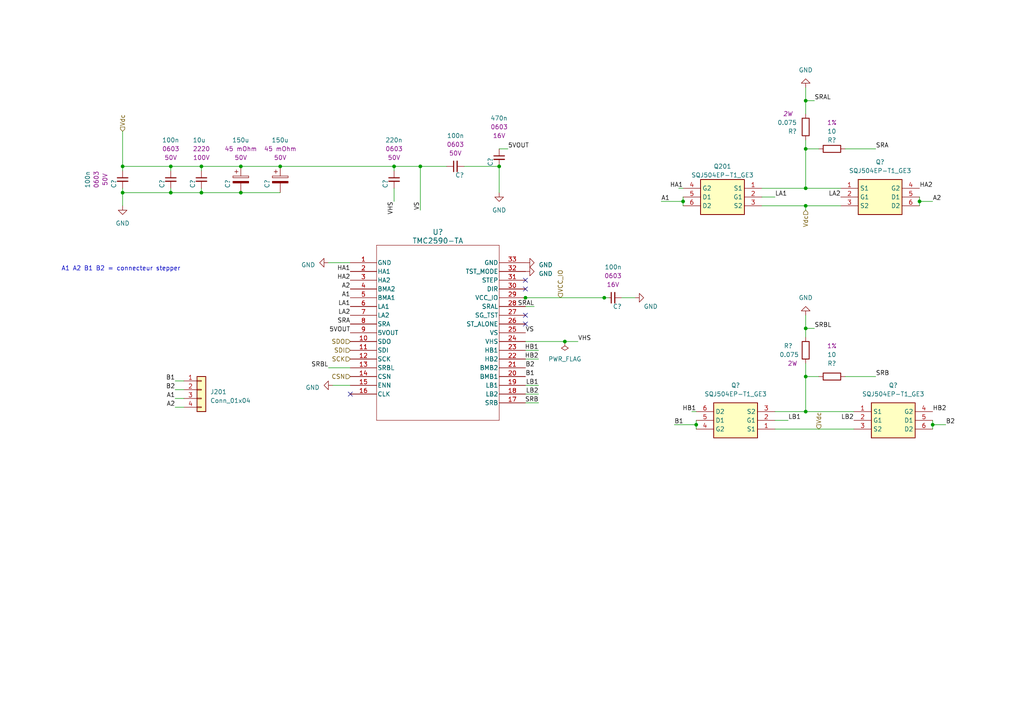
<source format=kicad_sch>
(kicad_sch (version 20230121) (generator eeschema)
  (paper "A4")
  (lib_symbols
    (symbol "Connector_Generic:Conn_01x04" (pin_names (offset 1.016) hide)
      (property "Reference" "J" (at 0 5.08 0))
      (property "Value" "Conn_01x04" (at 0 -7.62 0))
      (symbol "Conn_01x04_1_1"
        (rectangle (start -1.27 -4.953) (end 0 -5.207) (stroke (width 0.1524)))
        (rectangle (start -1.27 -2.413) (end 0 -2.667) (stroke (width 0.1524)))
        (rectangle (start -1.27 0.127) (end 0 -0.127) (stroke (width 0.1524)))
        (rectangle (start -1.27 2.667) (end 0 2.413) (stroke (width 0.1524)))
        (rectangle (start -1.27 3.81) (end 1.27 -6.35) (stroke (width 0.254)) (fill (type background)))
        (pin passive line (at -5.08 2.54 0) (length 3.81) (name "Pin_1") (number "1"))
        (pin passive line (at -5.08 0 0) (length 3.81) (name "Pin_2") (number "2"))
        (pin passive line (at -5.08 -2.54 0) (length 3.81) (name "Pin_3") (number "3"))
        (pin passive line (at -5.08 -5.08 0) (length 3.81) (name "Pin_4") (number "4"))
      )
    )
    (symbol "Device:C_Polarized" (pin_numbers hide) (pin_names (offset 0.254))
      (property "Reference" "C" (at 0.635 2.54 0))
      (property "Value" "C_Polarized" (at 0.635 -2.54 0))
      (symbol "C_Polarized_0_1"
        (rectangle (start -2.286 0.508) (end 2.286 1.016))
        (polyline (pts (xy -1.778 2.286) (xy -0.762 2.286)))
        (polyline (pts (xy -1.27 2.794) (xy -1.27 1.778)))
        (rectangle (start 2.286 -0.508) (end -2.286 -1.016) (fill (type outline)))
      )
      (symbol "C_Polarized_1_1"
        (pin passive line (at 0 3.81 270) (length 2.794) (name "~") (number "1"))
        (pin passive line (at 0 -3.81 90) (length 2.794) (name "~") (number "2"))
      )
    )
    (symbol "Device:C_Small" (pin_numbers hide) (pin_names (offset 0.254) hide)
      (property "Reference" "C" (at 0.254 1.778 0))
      (property "Value" "C_Small" (at 0.254 -2.032 0))
      (symbol "C_Small_0_1"
        (polyline (pts (xy -1.524 -0.508) (xy 1.524 -0.508)) (stroke (width 0.3302)))
        (polyline (pts (xy -1.524 0.508) (xy 1.524 0.508)) (stroke (width 0.3048)))
      )
      (symbol "C_Small_1_1"
        (pin passive line (at 0 2.54 270) (length 2.032) (name "~") (number "1"))
        (pin passive line (at 0 -2.54 90) (length 2.032) (name "~") (number "2"))
      )
    )
    (symbol "Device:R" (pin_numbers hide) (pin_names (offset 0))
      (property "Reference" "R" (at 2.032 0 90))
      (property "Value" "R" (at 0 0 90))
      (symbol "R_0_1"
        (rectangle (start -1.016 -2.54) (end 1.016 2.54) (stroke (width 0.254)))
      )
      (symbol "R_1_1"
        (pin passive line (at 0 3.81 270) (length 1.27) (name "~") (number "1"))
        (pin passive line (at 0 -3.81 90) (length 1.27) (name "~") (number "2"))
      )
    )
    (symbol "SQJ504EP-T1_GE3:SQJ504EP-T1_GE3"
      (property "Reference" "Q" (at 19.05 7.62 0))
      (property "Value" "SQJ504EP-T1_GE3" (at 19.05 5.08 0))
      (symbol "SQJ504EP-T1_GE3_1_1"
        (rectangle (start 5.08 2.54) (end 17.78 -7.62) (stroke (width 0.254)) (fill (type background)))
        (pin passive line (at 0 0 0) (length 5.08) (name "S1") (number "1"))
        (pin passive line (at 0 -2.54 0) (length 5.08) (name "G1") (number "2"))
        (pin passive line (at 0 -5.08 0) (length 5.08) (name "S2") (number "3"))
        (pin passive line (at 22.86 0 180) (length 5.08) (name "G2") (number "4"))
        (pin passive line (at 22.86 -2.54 180) (length 5.08) (name "D1") (number "5"))
        (pin passive line (at 22.86 -5.08 180) (length 5.08) (name "D2") (number "6"))
      )
    )
    (symbol "TMC2590:TMC2590-TA" (pin_names (offset 0.254))
      (property "Reference" "U" (at 25.4 10.16 0))
      (property "Value" "TMC2590-TA" (at 25.4 7.62 0))
      (symbol "TMC2590-TA_0_1"
        (polyline (pts (xy 7.62 -45.72) (xy 43.18 -45.72)) (stroke (width 0.127)))
        (polyline (pts (xy 7.62 5.08) (xy 7.62 -45.72)) (stroke (width 0.127)))
        (polyline (pts (xy 43.18 -45.72) (xy 43.18 5.08)) (stroke (width 0.127)))
        (polyline (pts (xy 43.18 5.08) (xy 7.62 5.08)) (stroke (width 0.127)))
        (pin power_in line (at 0 0 0) (length 7.62) (name "GND") (number "1"))
        (pin output line (at 0 -22.86 0) (length 7.62) (name "SDO") (number "10"))
        (pin input line (at 0 -25.4 0) (length 7.62) (name "SDI") (number "11"))
        (pin bidirectional line (at 0 -27.94 0) (length 7.62) (name "SCK") (number "12"))
        (pin input line (at 0 -30.48 0) (length 7.62) (name "SRBL") (number "13"))
        (pin bidirectional line (at 0 -33.02 0) (length 7.62) (name "CSN") (number "14"))
        (pin bidirectional line (at 0 -35.56 0) (length 7.62) (name "ENN") (number "15"))
        (pin bidirectional line (at 0 -38.1 0) (length 7.62) (name "CLK") (number "16"))
        (pin input line (at 50.8 -40.64 180) (length 7.62) (name "SRB") (number "17"))
        (pin output line (at 50.8 -38.1 180) (length 7.62) (name "LB2") (number "18"))
        (pin output line (at 50.8 -35.56 180) (length 7.62) (name "LB1") (number "19"))
        (pin output line (at 0 -2.54 0) (length 7.62) (name "HA1") (number "2"))
        (pin input line (at 50.8 -33.02 180) (length 7.62) (name "BMB1") (number "20"))
        (pin input line (at 50.8 -30.48 180) (length 7.62) (name "BMB2") (number "21"))
        (pin output line (at 50.8 -27.94 180) (length 7.62) (name "HB2") (number "22"))
        (pin output line (at 50.8 -25.4 180) (length 7.62) (name "HB1") (number "23"))
        (pin power_in line (at 50.8 -22.86 180) (length 7.62) (name "VHS") (number "24"))
        (pin power_in line (at 50.8 -20.32 180) (length 7.62) (name "VS") (number "25"))
        (pin bidirectional line (at 50.8 -17.78 180) (length 7.62) (name "ST_ALONE") (number "26"))
        (pin bidirectional line (at 50.8 -15.24 180) (length 7.62) (name "SG_TST") (number "27"))
        (pin input line (at 50.8 -12.7 180) (length 7.62) (name "SRAL") (number "28"))
        (pin power_in line (at 50.8 -10.16 180) (length 7.62) (name "VCC_IO") (number "29"))
        (pin output line (at 0 -5.08 0) (length 7.62) (name "HA2") (number "3"))
        (pin bidirectional line (at 50.8 -7.62 180) (length 7.62) (name "DIR") (number "30"))
        (pin bidirectional line (at 50.8 -5.08 180) (length 7.62) (name "STEP") (number "31"))
        (pin bidirectional line (at 50.8 -2.54 180) (length 7.62) (name "TST_MODE") (number "32"))
        (pin unspecified line (at 50.8 0 180) (length 7.62) (name "GND") (number "33"))
        (pin input line (at 0 -7.62 0) (length 7.62) (name "BMA2") (number "4"))
        (pin input line (at 0 -10.16 0) (length 7.62) (name "BMA1") (number "5"))
        (pin output line (at 0 -12.7 0) (length 7.62) (name "LA1") (number "6"))
        (pin output line (at 0 -15.24 0) (length 7.62) (name "LA2") (number "7"))
        (pin input line (at 0 -17.78 0) (length 7.62) (name "SRA") (number "8"))
        (pin output line (at 0 -20.32 0) (length 7.62) (name "5VOUT") (number "9"))
      )
    )
    (symbol "power:GND" (power) (pin_names (offset 0))
      (property "Value" "GND" (at 0 -3.81 0))
      (symbol "GND_0_1"
        (polyline (pts (xy 0 0) (xy 0 -1.27) (xy 1.27 -1.27) (xy 0 -2.54) (xy -1.27 -1.27) (xy 0 -1.27)))
      )
      (symbol "GND_1_1"
        (pin power_in line (at 0 0 270) (length 0) hide (name "GND") (number "1"))
      )
    )
    (symbol "power:PWR_FLAG" (power) (pin_numbers hide) (pin_names (offset 0) hide)
      (property "Value" "PWR_FLAG" (at 0 3.81 0))
      (symbol "PWR_FLAG_0_0"
        (pin power_out line (at 0 0 90) (length 0) (name "pwr") (number "1"))
      )
      (symbol "PWR_FLAG_0_1"
        (polyline (pts (xy 0 0) (xy 0 1.27) (xy -1.016 1.905) (xy 0 2.54) (xy 1.016 1.905) (xy 0 1.27)))
      )
    )
  )
  (junction (at 233.68 43.18))
  (junction (at 233.68 109.22))
  (junction (at 163.83 99.06))
  (junction (at 270.51 123.19))
  (junction (at 58.42 55.88))
  (junction (at 121.92 48.26))
  (junction (at 69.85 55.88))
  (junction (at 69.85 48.26))
  (junction (at 152.4 86.36))
  (junction (at 49.53 48.26))
  (junction (at 175.26 86.36))
  (junction (at 114.3 48.26))
  (junction (at 144.78 48.26))
  (junction (at 233.68 54.61))
  (junction (at 266.7 58.42))
  (junction (at 233.68 95.25))
  (junction (at 58.42 48.26))
  (junction (at 81.28 48.26))
  (junction (at 35.56 48.26))
  (junction (at 35.56 55.88))
  (junction (at 233.68 29.21))
  (junction (at 201.93 123.19))
  (junction (at 233.68 59.69))
  (junction (at 49.53 55.88))
  (junction (at 198.12 58.42))
  (junction (at 233.68 119.38))
  (no_connect (at 152.4 91.44))
  (no_connect (at 101.6 114.3))
  (no_connect (at 152.4 83.82))
  (no_connect (at 152.4 93.98))
  (no_connect (at 152.4 81.28))
  (wire (pts (xy 236.22 29.21) (xy 233.68 29.21)))
  (wire (pts (xy 156.21 104.14) (xy 152.4 104.14)))
  (wire (pts (xy 58.42 54.61) (xy 58.42 55.88)))
  (wire (pts (xy 148.59 86.36) (xy 152.4 86.36)))
  (wire (pts (xy 220.98 59.69) (xy 233.68 59.69)))
  (wire (pts (xy 156.21 111.76) (xy 152.4 111.76)))
  (wire (pts (xy 121.92 48.26) (xy 129.54 48.26)))
  (wire (pts (xy 134.62 48.26) (xy 144.78 48.26)))
  (wire (pts (xy 69.85 55.88) (xy 81.28 55.88)))
  (wire (pts (xy 237.49 43.18) (xy 233.68 43.18)))
  (wire (pts (xy 50.8 110.49) (xy 53.34 110.49)))
  (wire (pts (xy 245.11 109.22) (xy 254 109.22)))
  (wire (pts (xy 237.49 109.22) (xy 233.68 109.22)))
  (wire (pts (xy 270.51 123.19) (xy 270.51 124.46)))
  (wire (pts (xy 233.68 29.21) (xy 233.68 33.02)))
  (wire (pts (xy 50.8 113.03) (xy 53.34 113.03)))
  (wire (pts (xy 96.52 111.76) (xy 101.6 111.76)))
  (wire (pts (xy 220.98 57.15) (xy 224.79 57.15)))
  (wire (pts (xy 49.53 48.26) (xy 49.53 49.53)))
  (wire (pts (xy 180.34 86.36) (xy 184.15 86.36)))
  (wire (pts (xy 49.53 48.26) (xy 58.42 48.26)))
  (wire (pts (xy 233.68 60.96) (xy 233.68 59.69)))
  (wire (pts (xy 224.79 121.92) (xy 228.6 121.92)))
  (wire (pts (xy 156.21 101.6) (xy 152.4 101.6)))
  (wire (pts (xy 191.77 58.42) (xy 198.12 58.42)))
  (wire (pts (xy 201.93 119.38) (xy 200.66 119.38)))
  (wire (pts (xy 233.68 59.69) (xy 243.84 59.69)))
  (wire (pts (xy 114.3 54.61) (xy 114.3 58.42)))
  (wire (pts (xy 233.68 54.61) (xy 243.84 54.61)))
  (wire (pts (xy 58.42 48.26) (xy 58.42 49.53)))
  (wire (pts (xy 69.85 48.26) (xy 81.28 48.26)))
  (wire (pts (xy 35.56 55.88) (xy 35.56 59.69)))
  (wire (pts (xy 35.56 54.61) (xy 35.56 55.88)))
  (wire (pts (xy 58.42 55.88) (xy 69.85 55.88)))
  (wire (pts (xy 154.94 88.9) (xy 152.4 88.9)))
  (wire (pts (xy 233.68 109.22) (xy 233.68 119.38)))
  (wire (pts (xy 224.79 119.38) (xy 233.68 119.38)))
  (wire (pts (xy 233.68 91.44) (xy 233.68 95.25)))
  (wire (pts (xy 152.4 86.36) (xy 175.26 86.36)))
  (wire (pts (xy 156.21 116.84) (xy 152.4 116.84)))
  (wire (pts (xy 198.12 58.42) (xy 198.12 59.69)))
  (wire (pts (xy 95.25 76.2) (xy 101.6 76.2)))
  (wire (pts (xy 233.68 109.22) (xy 233.68 105.41)))
  (wire (pts (xy 201.93 121.92) (xy 201.93 123.19)))
  (wire (pts (xy 233.68 95.25) (xy 233.68 97.79)))
  (wire (pts (xy 220.98 54.61) (xy 233.68 54.61)))
  (wire (pts (xy 245.11 43.18) (xy 254 43.18)))
  (wire (pts (xy 233.68 43.18) (xy 233.68 54.61)))
  (wire (pts (xy 49.53 54.61) (xy 49.53 55.88)))
  (wire (pts (xy 114.3 48.26) (xy 114.3 49.53)))
  (wire (pts (xy 270.51 58.42) (xy 266.7 58.42)))
  (wire (pts (xy 147.32 43.18) (xy 144.78 43.18)))
  (wire (pts (xy 266.7 57.15) (xy 266.7 58.42)))
  (wire (pts (xy 144.78 48.26) (xy 144.78 55.88)))
  (wire (pts (xy 274.32 123.19) (xy 270.51 123.19)))
  (wire (pts (xy 270.51 121.92) (xy 270.51 123.19)))
  (wire (pts (xy 195.58 123.19) (xy 201.93 123.19)))
  (wire (pts (xy 233.68 119.38) (xy 247.65 119.38)))
  (wire (pts (xy 266.7 58.42) (xy 266.7 59.69)))
  (wire (pts (xy 201.93 123.19) (xy 201.93 124.46)))
  (wire (pts (xy 35.56 48.26) (xy 49.53 48.26)))
  (wire (pts (xy 198.12 57.15) (xy 198.12 58.42)))
  (wire (pts (xy 81.28 48.26) (xy 114.3 48.26)))
  (wire (pts (xy 224.79 124.46) (xy 247.65 124.46)))
  (wire (pts (xy 156.21 114.3) (xy 152.4 114.3)))
  (wire (pts (xy 233.68 43.18) (xy 233.68 40.64)))
  (wire (pts (xy 35.56 38.1) (xy 35.56 48.26)))
  (wire (pts (xy 58.42 48.26) (xy 69.85 48.26)))
  (wire (pts (xy 167.64 99.06) (xy 163.83 99.06)))
  (wire (pts (xy 152.4 99.06) (xy 163.83 99.06)))
  (wire (pts (xy 121.92 48.26) (xy 121.92 60.96)))
  (wire (pts (xy 35.56 49.53) (xy 35.56 48.26)))
  (wire (pts (xy 49.53 55.88) (xy 58.42 55.88)))
  (wire (pts (xy 114.3 48.26) (xy 121.92 48.26)))
  (wire (pts (xy 236.22 95.25) (xy 233.68 95.25)))
  (wire (pts (xy 198.12 54.61) (xy 196.85 54.61)))
  (wire (pts (xy 49.53 55.88) (xy 35.56 55.88)))
  (wire (pts (xy 50.8 115.57) (xy 53.34 115.57)))
  (wire (pts (xy 50.8 118.11) (xy 53.34 118.11)))
  (wire (pts (xy 176.53 86.36) (xy 175.26 86.36)))
  (wire (pts (xy 233.68 25.4) (xy 233.68 29.21)))
  (wire (pts (xy 95.25 106.68) (xy 101.6 106.68)))
  (text "A1 A2 B1 B2 = connecteur stepper" (at 17.78 78.74 0) (effects (font (size 1.27 1.27)) (justify left bottom)))
  (label "SRBL" (at 236.22 95.25 0))
  (label "LB2" (at 247.65 121.92 180))
  (label "LB1" (at 228.6 121.92 0))
  (label "HB2" (at 270.51 119.38 0))
  (label "HB2" (at 156.21 104.14 180))
  (label "LA2" (at 243.84 57.15 180))
  (label "HB1" (at 156.21 101.6 180))
  (label "B1" (at 195.58 123.19 0))
  (label "LA2" (at 101.6 91.44 180))
  (label "A1" (at 191.77 58.42 0))
  (label "A2" (at 270.51 58.42 0))
  (label "SRBL" (at 95.25 106.68 180))
  (label "5VOUT" (at 147.32 43.18 0))
  (label "SRAL" (at 236.22 29.21 0))
  (label "HA2" (at 266.7 54.61 0))
  (label "LB1" (at 156.21 111.76 180))
  (label "HA1" (at 198.12 54.61 180))
  (label "LA1" (at 101.6 88.9 180))
  (label "A1" (at 50.8 115.57 180))
  (label "VHS" (at 114.3 58.42 270))
  (label "SRAL" (at 154.94 88.9 180))
  (label "B1" (at 50.8 110.49 180))
  (label "5VOUT" (at 101.6 96.52 180))
  (label "A2" (at 101.6 83.82 180))
  (label "HA2" (at 101.6 81.28 180))
  (label "B2" (at 50.8 113.03 180))
  (label "A1" (at 101.6 86.36 180))
  (label "LB2" (at 156.21 114.3 180))
  (label "VS" (at 121.92 60.96 90))
  (label "VS" (at 152.4 96.52 0))
  (label "SRA" (at 254 43.18 0))
  (label "SRB" (at 156.21 116.84 180))
  (label "B2" (at 152.4 106.68 0))
  (label "B2" (at 274.32 123.19 0))
  (label "LA1" (at 224.79 57.15 0))
  (label "VHS" (at 167.64 99.06 0))
  (label "HA1" (at 101.6 78.74 180))
  (label "A2" (at 50.8 118.11 180))
  (label "SRA" (at 101.6 93.98 180))
  (label "B1" (at 152.4 109.22 0))
  (label "SRB" (at 254 109.22 0))
  (label "HB1" (at 201.93 119.38 180))
  (hierarchical_label "VCC_IO" (shape input) (at 162.56 86.36 90))
  (hierarchical_label "SDO" (shape input) (at 101.6 99.06 180))
  (hierarchical_label "Vdc" (shape input) (at 233.68 60.96 270))
  (hierarchical_label "Vdc" (shape input) (at 35.56 38.1 90))
  (hierarchical_label "SDI" (shape input) (at 101.6 101.6 180))
  (hierarchical_label "Vdc" (shape input) (at 237.49 124.46 90))
  (hierarchical_label "SCK" (shape input) (at 101.6 104.14 180))
  (hierarchical_label "CSN" (shape input) (at 101.6 109.22 180))
  (symbol (lib_id "SQJ504EP-T1_GE3:SQJ504EP-T1_GE3") (at 224.79 124.46 180) (unit 1)
    (property "Reference" "Q?" (at 213.36 111.76 0))
    (property "Value" "SQJ504EP-T1_GE3" (at 213.36 114.3 0))
    (property "Footprint" "SQJ968EPT1GE3" (effects hide))
    (property "Datasheet" "https://www.vishay.com/docs/76029/sqj504ep.pdf" (effects hide))
    (property "Manufacturer_Name" "Vishay" (effects hide))
    (property "Manufacturer_Part_Number" "SQJ504EP-T1_GE3" (effects hide))
    (property "Mouser Part Number" "78-SQJ504EP-T1_GE3" (effects hide))
    (property "Mouser Price/Stock" "https://www.mouser.co.uk/ProductDetail/Vishay-Semiconductors/SQJ504EP-T1_GE3?qs=lYGu3FyN48c%2FaMqXfdPaEA%3D%3D" (effects hide))
    (property "Arrow Part Number" "SQJ504EP-T1_GE3" (effects hide))
    (property "Arrow Price/Stock" "https://www.arrow.com/en/products/sqj504ep-t1-ge3/vishay?region=nac" (effects hide))
  )
  (symbol (lib_id "SQJ504EP-T1_GE3:SQJ504EP-T1_GE3") (at 247.65 119.38 0) (unit 1)
    (property "Reference" "Q?" (at 259.08 111.76 0))
    (property "Value" "SQJ504EP-T1_GE3" (at 259.08 114.3 0))
    (property "Footprint" "SQJ968EPT1GE3" (effects hide))
    (property "Datasheet" "https://www.vishay.com/docs/76029/sqj504ep.pdf" (effects hide))
    (property "Manufacturer_Name" "Vishay" (effects hide))
    (property "Manufacturer_Part_Number" "SQJ504EP-T1_GE3" (effects hide))
    (property "Mouser Part Number" "78-SQJ504EP-T1_GE3" (effects hide))
    (property "Mouser Price/Stock" "https://www.mouser.co.uk/ProductDetail/Vishay-Semiconductors/SQJ504EP-T1_GE3?qs=lYGu3FyN48c%2FaMqXfdPaEA%3D%3D" (effects hide))
    (property "Arrow Part Number" "SQJ504EP-T1_GE3" (effects hide))
    (property "Arrow Price/Stock" "https://www.arrow.com/en/products/sqj504ep-t1-ge3/vishay?region=nac" (effects hide))
  )
  (symbol (lib_id "Device:C_Small") (at 177.8 86.36 90) (unit 1)
    (property "Reference" "C?" (at 180.34 88.9 90) (effects (justify left)))
    (property "Value" "100n" (at 180.34 77.47 90) (effects (justify left)))
    (property "Footprint" "Capacitor_SMD:C_0402_1005Metric" (effects hide))
    (property "Model" "0603" (at 177.8 80.01 90))
    (property "Voltage" "16V" (at 177.8 82.55 90))
  )
  (symbol (lib_id "Device:C_Small") (at 114.3 52.07 0) (unit 1)
    (property "Reference" "C?" (at 111.76 54.61 90) (effects (justify left)))
    (property "Value" "220n" (at 111.76 40.64 0) (effects (justify left)))
    (property "Footprint" "Capacitor_SMD:C_0402_1005Metric" (effects hide))
    (property "Model" "0603" (at 114.3 43.18 0))
    (property "Voltage" "50V" (at 114.3 45.72 0))
  )
  (symbol (lib_id "TMC2590:TMC2590-TA") (at 101.6 76.2 0) (unit 1)
    (property "Reference" "U?" (at 127 67.31 0) (effects (font (size 1.524 1.524))))
    (property "Value" "TMC2590-TA" (at 127 69.85 0) (effects (font (size 1.524 1.524))))
    (property "Footprint" "TMC2590:QFP50P700X700X114-33N" (effects hide))
    (property "Datasheet" "TMC2590-TA" (effects hide))
  )
  (symbol (lib_id "power:GND") (at 152.4 76.2 90) (unit 1)
    (property "Reference" "#PWR?" (effects hide))
    (property "Value" "GND" (at 156.21 76.835 90) (effects (justify right)))
  )
  (symbol (lib_id "Device:R") (at 241.3 43.18 90) (unit 1)
    (property "Reference" "R?" (at 242.57 40.64 90) (effects (justify left)))
    (property "Value" "10" (at 242.57 38.1 90) (effects (justify left)))
    (property "Footprint" "Resistor_SMD:R_0402_1005Metric" (effects hide))
    (property "Tolerance" "1%" (at 241.3 35.56 90))
  )
  (symbol (lib_id "Device:C_Small") (at 35.56 52.07 0) (unit 1)
    (property "Reference" "C?" (at 33.02 54.61 90) (effects (justify left)))
    (property "Value" "100n" (at 25.4 54.61 90) (effects (justify left)))
    (property "Footprint" "Capacitor_SMD:C_0402_1005Metric" (effects hide))
    (property "Model" "0603" (at 27.94 52.07 90))
    (property "Voltage" "50V" (at 30.48 52.07 90))
  )
  (symbol (lib_id "power:GND") (at 144.78 55.88 0) (unit 1)
    (property "Reference" "#PWR?" (effects hide))
    (property "Value" "GND" (at 144.78 60.96 0))
  )
  (symbol (lib_id "SQJ504EP-T1_GE3:SQJ504EP-T1_GE3") (at 243.84 54.61 0) (unit 1)
    (property "Reference" "Q?" (at 255.27 46.99 0))
    (property "Value" "SQJ504EP-T1_GE3" (at 255.27 49.53 0))
    (property "Footprint" "SQJ968EPT1GE3" (effects hide))
    (property "Datasheet" "https://www.vishay.com/docs/76029/sqj504ep.pdf" (effects hide))
    (property "Manufacturer_Name" "Vishay" (effects hide))
    (property "Manufacturer_Part_Number" "SQJ504EP-T1_GE3" (effects hide))
    (property "Mouser Part Number" "78-SQJ504EP-T1_GE3" (effects hide))
    (property "Mouser Price/Stock" "https://www.mouser.co.uk/ProductDetail/Vishay-Semiconductors/SQJ504EP-T1_GE3?qs=lYGu3FyN48c%2FaMqXfdPaEA%3D%3D" (effects hide))
    (property "Arrow Part Number" "SQJ504EP-T1_GE3" (effects hide))
    (property "Arrow Price/Stock" "https://www.arrow.com/en/products/sqj504ep-t1-ge3/vishay?region=nac" (effects hide))
  )
  (symbol (lib_id "Connector_Generic:Conn_01x04") (at 58.42 113.03 0) (unit 1)
    (property "Reference" "J201" (at 60.96 113.665 0) (effects (justify left)))
    (property "Value" "Conn_01x04" (at 60.96 116.205 0) (effects (justify left)))
    (property "Footprint" "Connector_Molex:Molex_Mini-Fit_Jr_5566-04A_2x02_P4.20mm_Vertical" (effects hide))
    (instances (project "Robourt" (path "" (reference "J201") (unit 1)) (path "" (reference "J301") (unit 1)) (path "" (reference "J401") (unit 1))))
  )
  (symbol (lib_id "Device:C_Small") (at 132.08 48.26 90) (unit 1)
    (property "Reference" "C?" (at 134.62 50.8 90) (effects (justify left)))
    (property "Value" "100n" (at 134.62 39.37 90) (effects (justify left)))
    (property "Footprint" "Capacitor_SMD:C_0402_1005Metric" (effects hide))
    (property "Model" "0603" (at 132.08 41.91 90))
    (property "Voltage" "50V" (at 132.08 44.45 90))
  )
  (symbol (lib_id "Device:C_Small") (at 144.78 45.72 0) (unit 1)
    (property "Reference" "C?" (at 142.24 48.26 90) (effects (justify left)))
    (property "Value" "470n" (at 142.24 34.29 0) (effects (justify left)))
    (property "Footprint" "Capacitor_SMD:C_0402_1005Metric" (effects hide))
    (property "Model" "0603" (at 144.78 36.83 0))
    (property "Voltage" "16V" (at 144.78 39.37 0))
  )
  (symbol (lib_id "power:GND") (at 184.15 86.36 90) (unit 1)
    (property "Reference" "#PWR?" (effects hide))
    (property "Value" "GND" (at 186.69 88.9 90) (effects (justify right)))
  )
  (symbol (lib_id "SQJ504EP-T1_GE3:SQJ504EP-T1_GE3") (at 220.98 54.61 0) (mirror y) (unit 1)
    (property "Reference" "Q201" (at 209.55 48.26 0))
    (property "Value" "SQJ504EP-T1_GE3" (at 209.55 50.8 0))
    (property "Footprint" "SQJ968EPT1GE3" (effects hide))
    (property "Datasheet" "https://www.vishay.com/docs/76029/sqj504ep.pdf" (effects hide))
    (property "Manufacturer_Name" "Vishay" (effects hide))
    (property "Manufacturer_Part_Number" "SQJ504EP-T1_GE3" (effects hide))
    (property "Mouser Part Number" "78-SQJ504EP-T1_GE3" (effects hide))
    (property "Mouser Price/Stock" "https://www.mouser.co.uk/ProductDetail/Vishay-Semiconductors/SQJ504EP-T1_GE3?qs=lYGu3FyN48c%2FaMqXfdPaEA%3D%3D" (effects hide))
    (property "Arrow Part Number" "SQJ504EP-T1_GE3" (effects hide))
    (property "Arrow Price/Stock" "https://www.arrow.com/en/products/sqj504ep-t1-ge3/vishay?region=nac" (effects hide))
    (instances (project "Robourt" (path "" (reference "Q201") (unit 1)) (path "" (reference "Q301") (unit 1)) (path "" (reference "Q401") (unit 1))))
  )
  (symbol (lib_id "power:GND") (at 35.56 59.69 0) (unit 1)
    (property "Reference" "#PWR?" (effects hide))
    (property "Value" "GND" (at 35.56 64.77 0))
  )
  (symbol (lib_id "power:GND") (at 95.25 76.2 270) (unit 1)
    (property "Reference" "#PWR?" (effects hide))
    (property "Value" "GND" (at 91.44 76.835 90) (effects (justify right)))
  )
  (symbol (lib_id "power:GND") (at 96.52 111.76 270) (unit 1)
    (property "Reference" "#PWR?" (effects hide))
    (property "Value" "GND" (at 92.71 112.395 90) (effects (justify right)))
  )
  (symbol (lib_id "Device:C_Polarized") (at 69.85 52.07 0) (unit 1)
    (property "Reference" "C?" (at 66.04 54.61 90) (effects (justify left)))
    (property "Value" "150u" (at 67.31 40.64 0) (effects (justify left)))
    (property "Footprint" "Capacitor_SMD:CP_Elec_10x10.5" (effects hide))
    (property "Voltage" "50V" (at 69.85 45.72 0))
    (property "R" "45 mOhm" (at 69.85 43.18 0))
    (property "MFR" "865060657011" (effects hide))
  )
  (symbol (lib_id "Device:C_Polarized") (at 81.28 52.07 0) (unit 1)
    (property "Reference" "C?" (at 77.47 54.61 90) (effects (justify left)))
    (property "Value" "150u" (at 78.74 40.64 0) (effects (justify left)))
    (property "Footprint" "Capacitor_SMD:CP_Elec_10x10.5" (effects hide))
    (property "Voltage" "50V" (at 81.28 45.72 0))
    (property "R" "45 mOhm" (at 81.28 43.18 0))
    (property "MFR" "865060657011" (effects hide))
  )
  (symbol (lib_id "Device:C_Small") (at 49.53 52.07 0) (unit 1)
    (property "Reference" "C?" (at 46.99 54.61 90) (effects (justify left)))
    (property "Value" "100n" (at 46.99 40.64 0) (effects (justify left)))
    (property "Footprint" "Capacitor_SMD:C_0402_1005Metric" (effects hide))
    (property "Model" "0603" (at 49.53 43.18 0))
    (property "Voltage" "50V" (at 49.53 45.72 0))
  )
  (symbol (lib_id "Device:R") (at 233.68 101.6 180) (unit 1)
    (property "Reference" "R?" (at 227.33 100.33 0) (effects (justify right)))
    (property "Value" "0.075" (at 226.06 102.87 0) (effects (justify right)))
    (property "Footprint" "Resistor_SMD:R_2512_6332Metric" (effects hide))
    (property "puissance" "2W" (at 229.87 105.41 0))
  )
  (symbol (lib_id "Device:R") (at 233.68 36.83 180) (unit 1)
    (property "Reference" "R?" (at 231.14 38.1 0) (effects (justify left)))
    (property "Value" "0.075" (at 231.14 35.56 0) (effects (justify left)))
    (property "Footprint" "Resistor_SMD:R_2512_6332Metric" (effects hide))
    (property "puissance" "2W" (at 228.6 33.02 0) (effects (font italic)))
  )
  (symbol (lib_id "power:GND") (at 152.4 78.74 90) (unit 1)
    (property "Reference" "#PWR?" (effects hide))
    (property "Value" "GND" (at 156.21 79.375 90) (effects (justify right)))
  )
  (symbol (lib_id "power:GND") (at 233.68 91.44 180) (unit 1)
    (property "Reference" "#PWR?" (effects hide))
    (property "Value" "GND" (at 233.68 86.36 0))
  )
  (symbol (lib_id "power:PWR_FLAG") (at 163.83 99.06 180) (unit 1)
    (property "Reference" "#FLG0201" (effects hide))
    (property "Value" "PWR_FLAG" (at 163.83 104.14 0))
    (instances (project "Robourt" (path "" (reference "#FLG0201") (unit 1)) (path "" (reference "#FLG0301") (unit 1)) (path "" (reference "#FLG0401") (unit 1))))
  )
  (symbol (lib_id "Device:R") (at 241.3 109.22 90) (unit 1)
    (property "Reference" "R?" (at 242.57 105.41 90) (effects (justify left)))
    (property "Value" "10" (at 242.57 102.87 90) (effects (justify left)))
    (property "Footprint" "Resistor_SMD:R_0402_1005Metric" (effects hide))
    (property "Tolerance" "1%" (at 241.3 100.33 90))
  )
  (symbol (lib_id "Device:C_Small") (at 58.42 52.07 0) (unit 1)
    (property "Reference" "C?" (at 55.88 54.61 90) (effects (justify left)))
    (property "Value" "10u" (at 55.88 40.64 0) (effects (justify left)))
    (property "Footprint" "Capacitor_SMD:C_2220_5750Metric" (effects hide))
    (property "Model" "2220" (at 58.42 43.18 0))
    (property "Voltage" "100V" (at 58.42 45.72 0))
    (property "MFR" "885012214001" (effects hide))
  )
  (symbol (lib_id "power:GND") (at 233.68 25.4 180) (unit 1)
    (property "Reference" "#PWR?" (effects hide))
    (property "Value" "GND" (at 233.68 20.32 0))
  )
)
</source>
